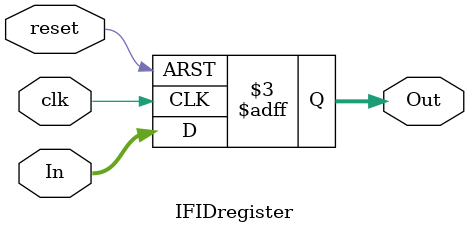
<source format=v>
`timescale 1ns / 1ps
module IFIDregister(
	input [31:0] In,
	output reg [31:0] Out,
	input clk,
	input reset
	
    );
	
	 always @ (posedge clk, posedge reset)
begin
	 if (reset == 1)
	 begin
	 Out <= 32'b0;
	 
	 end
	 else 
	 begin
	 Out <= In;
	 end
end	 

endmodule

</source>
